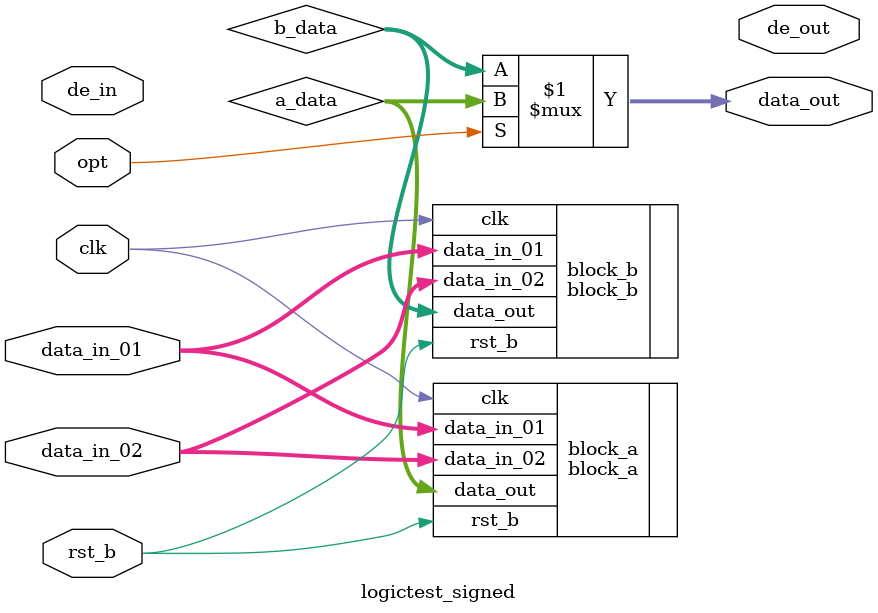
<source format=v>

module logictest_signed( //5clk delay
	input			clk,
	input			rst_b,

	input			de_in,
	input	[25:0]	data_in_01,// sign 1, exp 5, frac 10
	input	[25:0]	data_in_02,
	
	input			opt,

	output			de_out,
	output	[25:0]	data_out

);
wire	[25:0]	a_data;
wire	[25:0]	b_data;
(* keep_hierarchy = "TRUE" *) block_a	block_a( //5clk delay
	.clk		(clk		),
	.rst_b		(rst_b		),

	.data_in_01	(data_in_01	),// sign 1, exp 5, frac 10
	.data_in_02	(data_in_02	),

	.data_out	(a_data)

);
(* keep_hierarchy = "TRUE" *)block_b	block_b( //5clk delay
	.clk		(clk		),
	.rst_b		(rst_b		),

	.data_in_01	(data_in_01	),// sign 1, exp 5, frac 10
	.data_in_02	(data_in_02	),

	.data_out	(b_data)

);
assign data_out = (opt)? a_data : b_data;



endmodule

</source>
